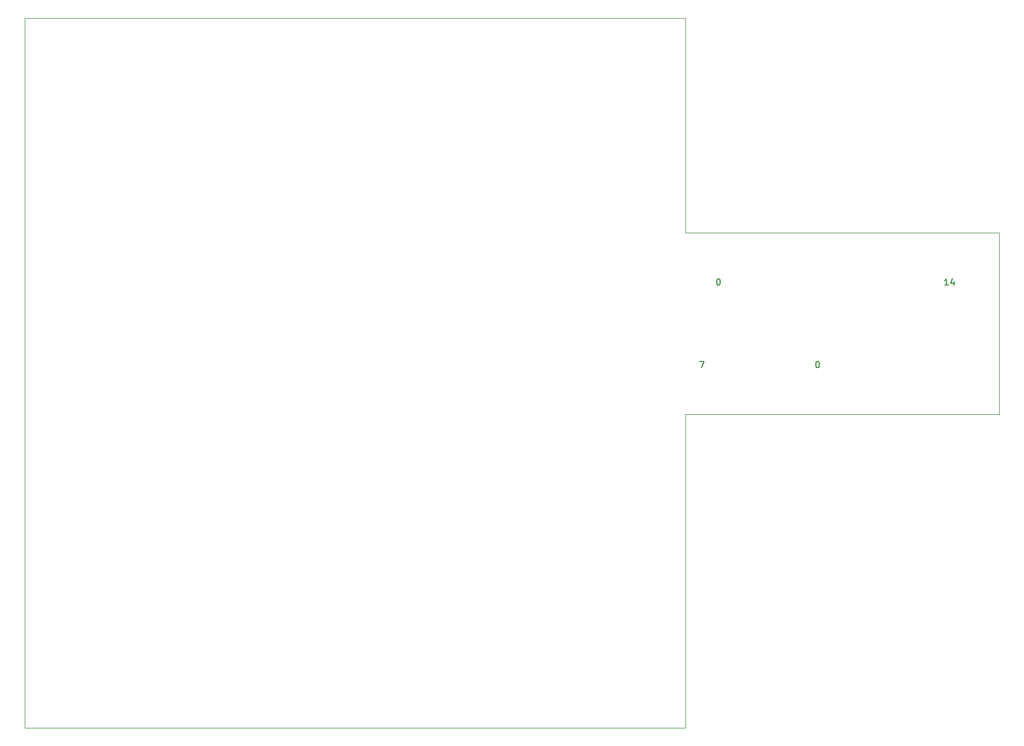
<source format=gbr>
%TF.GenerationSoftware,KiCad,Pcbnew,(6.0.10)*%
%TF.CreationDate,2023-01-13T13:11:36+01:00*%
%TF.ProjectId,z80-test-board,7a38302d-7465-4737-942d-626f6172642e,rev?*%
%TF.SameCoordinates,Original*%
%TF.FileFunction,Profile,NP*%
%FSLAX46Y46*%
G04 Gerber Fmt 4.6, Leading zero omitted, Abs format (unit mm)*
G04 Created by KiCad (PCBNEW (6.0.10)) date 2023-01-13 13:11:36*
%MOMM*%
%LPD*%
G01*
G04 APERTURE LIST*
%ADD10C,0.150000*%
%TA.AperFunction,Profile*%
%ADD11C,0.100000*%
%TD*%
G04 APERTURE END LIST*
D10*
X223329523Y-63952380D02*
X222758095Y-63952380D01*
X223043809Y-63952380D02*
X223043809Y-62952380D01*
X222948571Y-63095238D01*
X222853333Y-63190476D01*
X222758095Y-63238095D01*
X224186666Y-63285714D02*
X224186666Y-63952380D01*
X223948571Y-62904761D02*
X223710476Y-63619047D01*
X224329523Y-63619047D01*
X187912380Y-62952380D02*
X188007619Y-62952380D01*
X188102857Y-63000000D01*
X188150476Y-63047619D01*
X188198095Y-63142857D01*
X188245714Y-63333333D01*
X188245714Y-63571428D01*
X188198095Y-63761904D01*
X188150476Y-63857142D01*
X188102857Y-63904761D01*
X188007619Y-63952380D01*
X187912380Y-63952380D01*
X187817142Y-63904761D01*
X187769523Y-63857142D01*
X187721904Y-63761904D01*
X187674285Y-63571428D01*
X187674285Y-63333333D01*
X187721904Y-63142857D01*
X187769523Y-63047619D01*
X187817142Y-63000000D01*
X187912380Y-62952380D01*
X185086666Y-75652380D02*
X185753333Y-75652380D01*
X185324761Y-76652380D01*
X203152380Y-75652380D02*
X203247619Y-75652380D01*
X203342857Y-75700000D01*
X203390476Y-75747619D01*
X203438095Y-75842857D01*
X203485714Y-76033333D01*
X203485714Y-76271428D01*
X203438095Y-76461904D01*
X203390476Y-76557142D01*
X203342857Y-76604761D01*
X203247619Y-76652380D01*
X203152380Y-76652380D01*
X203057142Y-76604761D01*
X203009523Y-76557142D01*
X202961904Y-76461904D01*
X202914285Y-76271428D01*
X202914285Y-76033333D01*
X202961904Y-75842857D01*
X203009523Y-75747619D01*
X203057142Y-75700000D01*
X203152380Y-75652380D01*
D11*
X182880000Y-55880000D02*
X231140000Y-55880000D01*
X231140000Y-83820000D01*
X182880000Y-83820000D01*
X182880000Y-132080000D01*
X81280000Y-132080000D01*
X81280000Y-22860000D01*
X182880000Y-22860000D01*
X182880000Y-55880000D01*
M02*

</source>
